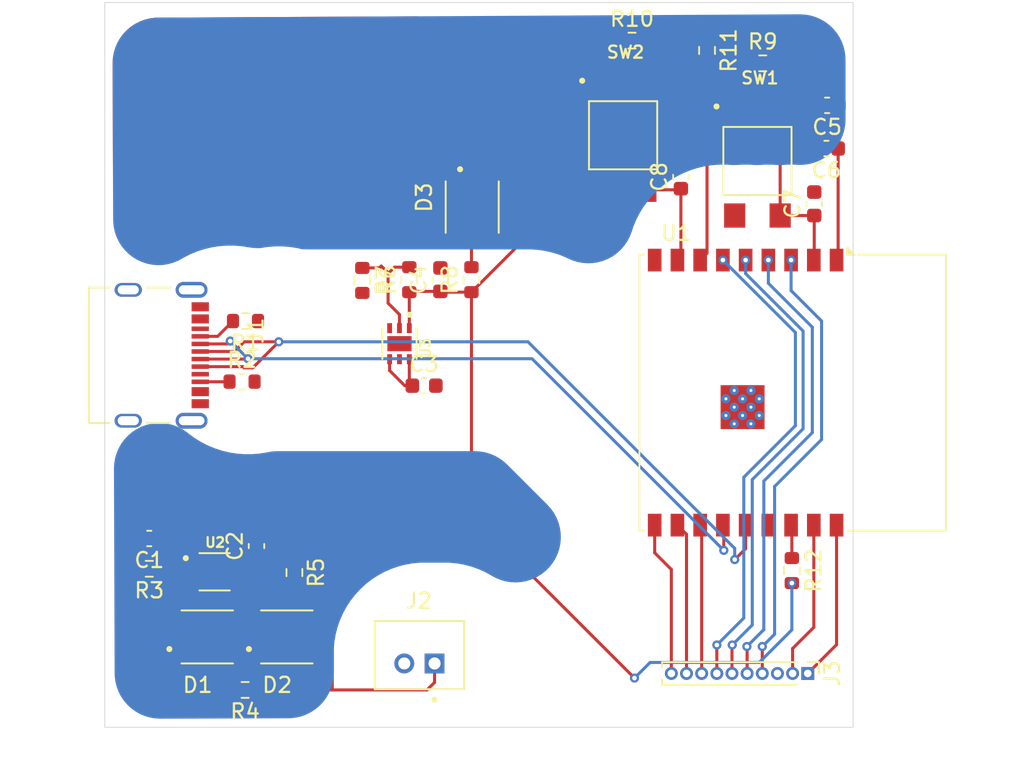
<source format=kicad_pcb>
(kicad_pcb (version 20241229) (generator "pcbnew") (generator_version "9.0")
  (layers (0 "F.Cu" signal) (2 "B.Cu" signal) (13 "F.Paste" user) (15 "B.Paste" user) (5 "F.SilkS" user "F.Silkscreen") (7 "B.SilkS" user "B.Silkscreen") (1 "F.Mask" user) (3 "B.Mask" user) (25 "Edge.Cuts" user))
  (net 0 "")
  (net 1 "+5V")
  (net 2 "GND")
  (net 3 "POWER")
  (net 4 "+3V3")
  (net 5 "Net-(U1-EN)")
  (net 6 "Net-(U1-IO9)")
  (net 7 "Net-(D2-PadA)")
  (net 8 "Net-(U2-~{CHG})")
  (net 9 "Net-(D3-PadA)")
  (net 10 "Net-(U2-~{PG})")
  (net 11 "Net-(J1-CC1_A)")
  (net 13 "D-")
  (net 14 "D+")
  (net 15 "Net-(J1-CC1_B)")
  (net 17 "IO1")
  (net 18 "IO20")
  (net 19 "IO4")
  (net 20 "IO7")
  (net 21 "IO0")
  (net 22 "IO10")
  (net 23 "IO5")
  (net 24 "IO6")
  (net 25 "IO3")
  (net 26 "IO21")
  (net 27 "Net-(U2-ISET)")
  (net 28 "Net-(U3-FB)")
  (net 29 "Net-(U1-IO8)")
  (net 30 "Net-(U1-IO2)")
  (net 35 "Net-(D1-PadA)")
  (footprint "Resistor_SMD:R_0603_1608Metric" (layer "F.Cu") (at 150.0002 90.5256 180)
    (property "Reference" "R1" (at 0 -1.43 0) (layer "F.SilkS"))
    (property "Value" "1k")
    (fp_line (start -0.237258 0.5225) (end 0.237258 0.5225) (stroke (width 0.12)) (layer "F.SilkS"))
    (fp_line (start -0.237258 -0.5225) (end 0.237258 -0.5225) (stroke (width 0.12)) (layer "F.SilkS"))
    (pad "1" smd roundrect (at -0.825 0 180) (size 0.8 0.95) (layers "F.Cu" "F.Mask" "F.Paste") (net 2 "GND"))
    (pad "2" smd roundrect (at 0.825 0 180) (size 0.8 0.95) (layers "F.Cu" "F.Mask" "F.Paste") (net 11 "Net-(J1-CC1_A)"))
  )
  (footprint "RF_Module:ESP32-C3-WROOM-02" (layer "F.Cu") (at 183 95.25 -90)
    (property "Reference" "U1" (at -10.5408 4.5763 0) (layer "F.SilkS"))
    (property "Value" "ESP32-C3-WROOM-02-N4")
    (fp_line (start -9.11 7.01) (end 9.11 7.01) (stroke (width 0.12)) (layer "F.SilkS"))
    (fp_line (start -9.11 6.71) (end -9.11 7.01) (stroke (width 0.12)) (layer "F.SilkS"))
    (fp_line (start 9.11 6.71) (end 9.11 7.01) (stroke (width 0.12)) (layer "F.SilkS"))
    (fp_line (start -9.11 -13.21) (end -9.11 -7.4) (stroke (width 0.12)) (layer "F.SilkS"))
    (fp_line (start -9.11 -13.21) (end 9.11 -13.21) (stroke (width 0.12)) (layer "F.SilkS"))
    (fp_line (start 9.11 -13.21) (end 9.11 -6.71) (stroke (width 0.12)) (layer "F.SilkS"))
    (fp_poly (pts (xy -9.1 -6.7) (xy -9.6 -6.7) (xy -9.1 -7.2) (xy -9.1 -6.7)) (stroke (width 0.12)) (fill yes) (layer "F.SilkS"))
    (pad "1" smd rect (at -8.75 -6 270) (size 1.5 0.9) (layers "F.Cu" "F.Mask" "F.Paste") (net 4 "+3V3"))
    (pad "2" smd rect (at -8.75 -4.5 270) (size 1.5 0.9) (layers "F.Cu" "F.Mask" "F.Paste") (net 5 "Net-(U1-EN)"))
    (pad "3" smd rect (at -8.75 -3 270) (size 1.5 0.9) (layers "F.Cu" "F.Mask" "F.Paste") (net 19 "IO4"))
    (pad "4" smd rect (at -8.75 -1.5 270) (size 1.5 0.9) (layers "F.Cu" "F.Mask" "F.Paste") (net 23 "IO5"))
    (pad "5" smd rect (at -8.75 0 270) (size 1.5 0.9) (layers "F.Cu" "F.Mask" "F.Paste") (net 24 "IO6"))
    (pad "6" smd rect (at -8.75 1.5 270) (size 1.5 0.9) (layers "F.Cu" "F.Mask" "F.Paste") (net 20 "IO7"))
    (pad "7" smd rect (at -8.75 3 270) (size 1.5 0.9) (layers "F.Cu" "F.Mask" "F.Paste") (net 29 "Net-(U1-IO8)"))
    (pad "8" smd rect (at -8.75 4.5 270) (size 1.5 0.9) (layers "F.Cu" "F.Mask" "F.Paste") (net 6 "Net-(U1-IO9)"))
    (pad "9" smd rect (at -8.75 6 270) (size 1.5 0.9) (layers "F.Cu" "F.Mask" "F.Paste") (net 2 "GND"))
    (pad "10" smd rect (at 8.75 6 270) (size 1.5 0.9) (layers "F.Cu" "F.Mask" "F.Paste") (net 22 "IO10"))
    (pad "11" smd rect (at 8.75 4.5 270) (size 1.5 0.9) (layers "F.Cu" "F.Mask" "F.Paste") (net 18 "IO20"))
    (pad "12" smd rect (at 8.75 3 270) (size 1.5 0.9) (layers "F.Cu" "F.Mask" "F.Paste") (net 26 "IO21"))
    (pad "13" smd rect (at 8.75 1.5 270) (size 1.5 0.9) (layers "F.Cu" "F.Mask" "F.Paste") (net 13 "D-"))
    (pad "14" smd rect (at 8.75 0 270) (size 1.5 0.9) (layers "F.Cu" "F.Mask" "F.Paste") (net 14 "D+"))
    (pad "15" smd rect (at 8.75 -1.5 270) (size 1.5 0.9) (layers "F.Cu" "F.Mask" "F.Paste") (net 25 "IO3"))
    (pad "16" smd rect (at 8.75 -3 270) (size 1.5 0.9) (layers "F.Cu" "F.Mask" "F.Paste") (net 30 "Net-(U1-IO2)"))
    (pad "17" smd rect (at 8.75 -4.5 270) (size 1.5 0.9) (layers "F.Cu" "F.Mask" "F.Paste") (net 17 "IO1"))
    (pad "18" smd rect (at 8.75 -6 270) (size 1.5 0.9) (layers "F.Cu" "F.Mask" "F.Paste") (net 21 "IO0"))
    (pad "19" thru_hole circle (at -0.14 -0.35 270) (size 0.6 0.6) (drill 0.2) (property pad_prop_heatsink) (layers "*.Cu" "F.Mask") (net 2 "GND"))
    (pad "19" thru_hole circle (at -0.14 0.75 270) (size 0.6 0.6) (drill 0.2) (property pad_prop_heatsink) (layers "*.Cu" "F.Mask") (net 2 "GND"))
    (pad "19" thru_hole circle (at 0.41 -0.9 270) (size 0.6 0.6) (drill 0.2) (property pad_prop_heatsink) (layers "*.Cu" "F.Mask") (net 2 "GND"))
    (pad "19" thru_hole circle (at 0.41 0.2 270) (size 0.6 0.6) (drill 0.2) (property pad_prop_heatsink) (layers "*.Cu" "F.Mask") (net 2 "GND"))
    (pad "19" thru_hole circle (at 0.41 1.3 270) (size 0.6 0.6) (drill 0.2) (property pad_prop_heatsink) (layers "*.Cu" "F.Mask") (net 2 "GND"))
    (pad "19" thru_hole circle (at 0.96 -0.35 270) (size 0.6 0.6) (drill 0.2) (property pad_prop_heatsink) (layers "*.Cu" "F.Mask") (net 2 "GND"))
    (pad "19" smd rect (at 0.96 0.2 270) (size 2.9 2.9) (property pad_prop_heatsink) (layers "F.Cu" "F.Mask") (net 2 "GND"))
    (pad "19" thru_hole circle (at 0.96 0.75 270) (size 0.6 0.6) (drill 0.2) (property pad_prop_heatsink) (layers "*.Cu" "F.Mask") (net 2 "GND"))
    (pad "19" thru_hole circle (at 1.51 -0.9 270) (size 0.6 0.6) (drill 0.2) (property pad_prop_heatsink) (layers "*.Cu" "F.Mask") (net 2 "GND"))
    (pad "19" thru_hole circle (at 1.51 0.2 270) (size 0.6 0.6) (drill 0.2) (property pad_prop_heatsink) (layers "*.Cu" "F.Mask") (net 2 "GND"))
    (pad "19" thru_hole circle (at 1.51 1.3 270) (size 0.6 0.6) (drill 0.2) (property pad_prop_heatsink) (layers "*.Cu" "F.Mask") (net 2 "GND"))
    (pad "19" thru_hole circle (at 2.06 -0.35 270) (size 0.6 0.6) (drill 0.2) (property pad_prop_heatsink) (layers "*.Cu" "F.Mask") (net 2 "GND"))
    (pad "19" thru_hole circle (at 2.06 0.75 270) (size 0.6 0.6) (drill 0.2) (property pad_prop_heatsink) (layers "*.Cu" "F.Mask") (net 2 "GND"))
    (zone (net 0) (net_name "") (layers "F.Cu" "B.Cu") (connect_pads (clearance 0)) (min_thickness 0.254)
      (keepout (tracks not_allowed) (vias not_allowed) (pads not_allowed) (copperpour not_allowed) (footprints not_allowed))
      (fill (thermal_gap 0.508) (thermal_bridge_width 0.508))
      (polygon (pts (xy 190.1 81.25) (xy 190.1 109.25) (xy 201.1 109.25) (xy 201.1 81.25)))
    )
  )
  (footprint "Capacitor_SMD:C_0603_1608Metric" (layer "F.Cu") (at 178.7287 81.0092 90)
    (property "Reference" "C8" (at 0 -1.43 90) (layer "F.SilkS"))
    (property "Value" "1uF")
    (fp_line (start -0.14058 -0.51) (end 0.14058 -0.51) (stroke (width 0.12)) (layer "F.SilkS"))
    (fp_line (start -0.14058 0.51) (end 0.14058 0.51) (stroke (width 0.12)) (layer "F.SilkS"))
    (pad "1" smd roundrect (at -0.775 0 90) (size 0.9 0.95) (layers "F.Cu" "F.Mask" "F.Paste") (net 6 "Net-(U1-IO9)"))
    (pad "2" smd roundrect (at 0.775 0 90) (size 0.9 0.95) (layers "F.Cu" "F.Mask" "F.Paste") (net 2 "GND"))
  )
  (footprint "L135_G525003500000:LED_L135-G525003500000" (layer "F.Cu") (at 152.7272 111.3816 180)
    (property "Reference" "D2" (at 0.635 -3.175 0) (layer "F.SilkS"))
    (property "Value" "RED")
    (fp_line (start 1.7 1.75) (end -1.7 1.75) (stroke (width 0.127)) (layer "F.SilkS"))
    (fp_line (start -1.7 -1.75) (end 1.7 -1.75) (stroke (width 0.127)) (layer "F.SilkS"))
    (fp_circle (center 2.5 -0.8) (end 2.6 -0.8) (stroke (width 0.2)) (fill no) (layer "F.SilkS"))
    (pad "A" smd roundrect (at -1.39 0 180) (size 0.82 2.4) (layers "F.Cu" "F.Paste") (roundrect_rratio 0.075) (net 7 "Net-(D2-PadA)"))
    (pad "C" smd roundrect (at 0.835 0 180) (size 1.93 2.4) (layers "F.Cu" "F.Paste") (roundrect_rratio 0.075) (net 8 "Net-(U2-~{CHG})"))
  )
  (footprint "Connector_PinHeader_1.00mm:PinHeader_1x10_P1.00mm_Vertical" (layer "F.Cu") (at 187.0992 113.792 -90)
    (property "Reference" "J3" (at 0 -1.61 90) (layer "F.SilkS"))
    (property "Value" "Conn_01x10_Pin")
    (fp_line (start -0.745 9.61) (end -0.41003 9.61) (stroke (width 0.12)) (layer "F.SilkS"))
    (fp_line (start 0.41003 9.61) (end 0.745 9.61) (stroke (width 0.12)) (layer "F.SilkS"))
    (fp_line (start -0.745 0.735) (end -0.745 9.61) (stroke (width 0.12)) (layer "F.SilkS"))
    (fp_line (start -0.745 0.735) (end -0.685565 0.735) (stroke (width 0.12)) (layer "F.SilkS"))
    (fp_line (start 0.685565 0.735) (end 0.745 0.735) (stroke (width 0.12)) (layer "F.SilkS"))
    (fp_line (start 0.745 0.735) (end 0.745 9.61) (stroke (width 0.12)) (layer "F.SilkS"))
    (fp_line (start -0.745 0) (end -0.745 -0.735) (stroke (width 0.12)) (layer "F.SilkS"))
    (fp_line (start -0.745 -0.735) (end 0 -0.735) (stroke (width 0.12)) (layer "F.SilkS"))
    (pad "1" thru_hole rect (at 0 0 270) (size 0.85 0.85) (drill 0.5) (layers "*.Cu" "*.Mask") (net 21 "IO0"))
    (pad "2" thru_hole circle (at 0 1 270) (size 0.85 0.85) (drill 0.5) (layers "*.Cu" "*.Mask") (net 17 "IO1"))
    (pad "3" thru_hole circle (at 0 2 270) (size 0.85 0.85) (drill 0.5) (layers "*.Cu" "*.Mask") (net 25 "IO3"))
    (pad "4" thru_hole circle (at 0 3 270) (size 0.85 0.85) (drill 0.5) (layers "*.Cu" "*.Mask") (net 19 "IO4"))
    (pad "5" thru_hole circle (at 0 4 270) (size 0.85 0.85) (drill 0.5) (layers "*.Cu" "*.Mask") (net 23 "IO5"))
    (pad "6" thru_hole circle (at 0 5 270) (size 0.85 0.85) (drill 0.5) (layers "*.Cu" "*.Mask") (net 24 "IO6"))
    (pad "7" thru_hole circle (at 0 6 270) (size 0.85 0.85) (drill 0.5) (layers "*.Cu" "*.Mask") (net 20 "IO7"))
    (pad "8" thru_hole circle (at 0 7 270) (size 0.85 0.85) (drill 0.5) (layers "*.Cu" "*.Mask") (net 26 "IO21"))
    (pad "9" thru_hole circle (at 0 8 270) (size 0.85 0.85) (drill 0.5) (layers "*.Cu" "*.Mask") (net 18 "IO20"))
    (pad "10" thru_hole circle (at 0 9 270) (size 0.85 0.85) (drill 0.5) (layers "*.Cu" "*.Mask") (net 22 "IO10"))
  )
  (footprint "Capacitor_SMD:C_0603_1608Metric" (layer "F.Cu") (at 143.6522 104.8816 180)
    (property "Reference" "C1" (at 0 -1.43 0) (layer "F.SilkS"))
    (property "Value" "1uF")
    (fp_line (start -0.14058 0.51) (end 0.14058 0.51) (stroke (width 0.12)) (layer "F.SilkS"))
    (fp_line (start -0.14058 -0.51) (end 0.14058 -0.51) (stroke (width 0.12)) (layer "F.SilkS"))
    (pad "1" smd roundrect (at -0.775 0 180) (size 0.9 0.95) (layers "F.Cu" "F.Mask" "F.Paste") (net 1 "+5V"))
    (pad "2" smd roundrect (at 0.775 0 180) (size 0.9 0.95) (layers "F.Cu" "F.Mask" "F.Paste") (net 2 "GND"))
  )
  (footprint "L135_G525003500000:LED_L135-G525003500000" (layer "F.Cu") (at 147.4772 111.3816 180)
    (property "Reference" "D1" (at 0.635 -3.175 0) (layer "F.SilkS"))
    (property "Value" "Green")
    (fp_line (start 1.7 1.75) (end -1.7 1.75) (stroke (width 0.127)) (layer "F.SilkS"))
    (fp_line (start -1.7 -1.75) (end 1.7 -1.75) (stroke (width 0.127)) (layer "F.SilkS"))
    (fp_circle (center 2.5 -0.8) (end 2.6 -0.8) (stroke (width 0.2)) (fill no) (layer "F.SilkS"))
    (pad "A" smd roundrect (at -1.39 0 180) (size 0.82 2.4) (layers "F.Cu" "F.Paste") (roundrect_rratio 0.075) (net 35 "Net-(D1-PadA)"))
    (pad "C" smd roundrect (at 0.835 0 180) (size 1.93 2.4) (layers "F.Cu" "F.Paste") (roundrect_rratio 0.075) (net 10 "Net-(U2-~{PG})"))
  )
  (footprint "Resistor_SMD:R_0603_1608Metric" (layer "F.Cu") (at 149.9772 114.8816 180)
    (property "Reference" "R4" (at 0 -1.43 0) (layer "F.SilkS"))
    (property "Value" "30")
    (fp_line (start -0.237258 0.5225) (end 0.237258 0.5225) (stroke (width 0.12)) (layer "F.SilkS"))
    (fp_line (start -0.237258 -0.5225) (end 0.237258 -0.5225) (stroke (width 0.12)) (layer "F.SilkS"))
    (pad "1" smd roundrect (at -0.825 0 180) (size 0.8 0.95) (layers "F.Cu" "F.Mask" "F.Paste") (net 3 "POWER"))
    (pad "2" smd roundrect (at 0.825 0 180) (size 0.8 0.95) (layers "F.Cu" "F.Mask" "F.Paste") (net 35 "Net-(D1-PadA)"))
  )
  (footprint "Capacitor_SMD:C_0603_1608Metric" (layer "F.Cu") (at 188.3287 79.1342 180)
    (property "Reference" "C6" (at 0 -1.43 0) (layer "F.SilkS"))
    (property "Value" "10uF")
    (fp_line (start -0.14058 0.51) (end 0.14058 0.51) (stroke (width 0.12)) (layer "F.SilkS"))
    (fp_line (start -0.14058 -0.51) (end 0.14058 -0.51) (stroke (width 0.12)) (layer "F.SilkS"))
    (pad "1" smd roundrect (at -0.775 0 180) (size 0.9 0.95) (layers "F.Cu" "F.Mask" "F.Paste") (net 4 "+3V3"))
    (pad "2" smd roundrect (at 0.775 0 180) (size 0.9 0.95) (layers "F.Cu" "F.Mask" "F.Paste") (net 2 "GND"))
  )
  (footprint "BQ24040DSQR:SON40P200X200X80-11N" (layer "F.Cu") (at 147.9622 107.0816)
    (property "Reference" "U2" (at 0.032 -1.9364 0) (layer "F.SilkS") (effects (font (size 0.64 0.64))))
    (property "Value" "BQ24040DSQR")
    (fp_line (start -1 -1.23) (end 1 -1.23) (stroke (width 0.127)) (layer "F.SilkS"))
    (fp_line (start -1 1.23) (end 1 1.23) (stroke (width 0.127)) (layer "F.SilkS"))
    (fp_circle (center -1.9 -0.9) (end -1.8 -0.9) (stroke (width 0.2)) (fill no) (layer "F.SilkS"))
    (pad "1" smd rect (at -0.985 -0.8) (size 0.76 0.22) (layers "F.Cu" "F.Mask" "F.Paste") (net 1 "+5V"))
    (pad "2" smd rect (at -0.985 -0.4) (size 0.76 0.22) (layers "F.Cu" "F.Mask" "F.Paste") (net 27 "Net-(U2-ISET)"))
    (pad "3" smd rect (at -0.985 0) (size 0.76 0.22) (layers "F.Cu" "F.Mask" "F.Paste"))
    (pad "4" smd rect (at -0.985 0.4) (size 0.76 0.22) (layers "F.Cu" "F.Mask" "F.Paste"))
    (pad "5" smd rect (at -0.985 0.8) (size 0.76 0.22) (layers "F.Cu" "F.Mask" "F.Paste") (net 10 "Net-(U2-~{PG})"))
    (pad "6" smd rect (at 0.985 0.8) (size 0.76 0.22) (layers "F.Cu" "F.Mask" "F.Paste"))
    (pad "7" smd rect (at 0.985 0.4) (size 0.76 0.22) (layers "F.Cu" "F.Mask" "F.Paste") (net 1 "+5V"))
    (pad "8" smd rect (at 0.985 0) (size 0.76 0.22) (layers "F.Cu" "F.Mask" "F.Paste") (net 8 "Net-(U2-~{CHG})"))
    (pad "9" smd rect (at 0.985 -0.4) (size 0.76 0.22) (layers "F.Cu" "F.Mask" "F.Paste"))
    (pad "10" smd rect (at 0.985 -0.8) (size 0.76 0.22) (layers "F.Cu" "F.Mask" "F.Paste") (net 3 "POWER"))
    (pad "11" smd rect (at 0 0) (size 0.9 1.5) (layers "F.Cu" "F.Mask") (net 2 "GND"))
  )
  (footprint "Resistor_SMD:R_0603_1608Metric" (layer "F.Cu") (at 157.71 87.8428 -90)
    (property "Reference" "R7" (at 0 -1.43 90) (layer "F.SilkS"))
    (property "Value" "49.9k")
    (fp_line (start -0.237258 0.5225) (end 0.237258 0.5225) (stroke (width 0.12)) (layer "F.SilkS"))
    (fp_line (start -0.237258 -0.5225) (end 0.237258 -0.5225) (stroke (width 0.12)) (layer "F.SilkS"))
    (pad "1" smd roundrect (at -0.825 0 270) (size 0.8 0.95) (layers "F.Cu" "F.Mask" "F.Paste") (net 28 "Net-(U3-FB)"))
    (pad "2" smd roundrect (at 0.825 0 270) (size 0.8 0.95) (layers "F.Cu" "F.Mask" "F.Paste") (net 2 "GND"))
  )
  (footprint "Resistor_SMD:R_0603_1608Metric" (layer "F.Cu") (at 186.05 107 -90)
    (property "Reference" "R12" (at 0 -1.43 90) (layer "F.SilkS"))
    (property "Value" "10k")
    (fp_line (start -0.237258 0.5225) (end 0.237258 0.5225) (stroke (width 0.12)) (layer "F.SilkS"))
    (fp_line (start -0.237258 -0.5225) (end 0.237258 -0.5225) (stroke (width 0.12)) (layer "F.SilkS"))
    (pad "1" smd roundrect (at -0.825 0 270) (size 0.8 0.95) (layers "F.Cu" "F.Mask" "F.Paste") (net 30 "Net-(U1-IO2)"))
    (pad "2" smd roundrect (at 0.825 0 270) (size 0.8 0.95) (layers "F.Cu" "F.Mask" "F.Paste") (net 4 "+3V3"))
  )
  (footprint "Capacitor_SMD:C_0603_1608Metric" (layer "F.Cu") (at 187.5287 82.7842 90)
    (property "Reference" "C7" (at 0 -1.43 90) (layer "F.SilkS"))
    (property "Value" "1uF")
    (fp_line (start -0.14058 -0.51) (end 0.14058 -0.51) (stroke (width 0.12)) (layer "F.SilkS"))
    (fp_line (start -0.14058 0.51) (end 0.14058 0.51) (stroke (width 0.12)) (layer "F.SilkS"))
    (pad "1" smd roundrect (at -0.775 0 90) (size 0.9 0.95) (layers "F.Cu" "F.Mask" "F.Paste") (net 5 "Net-(U1-EN)"))
    (pad "2" smd roundrect (at 0.775 0 90) (size 0.9 0.95) (layers "F.Cu" "F.Mask" "F.Paste") (net 2 "GND"))
  )
  (footprint "Resistor_SMD:R_0603_1608Metric" (layer "F.Cu") (at 153.2272 107.1316 -90)
    (property "Reference" "R5" (at 0 -1.43 90) (layer "F.SilkS"))
    (property "Value" "30")
    (fp_line (start -0.237258 0.5225) (end 0.237258 0.5225) (stroke (width 0.12)) (layer "F.SilkS"))
    (fp_line (start -0.237258 -0.5225) (end 0.237258 -0.5225) (stroke (width 0.12)) (layer "F.SilkS"))
    (pad "1" smd roundrect (at -0.825 0 270) (size 0.8 0.95) (layers "F.Cu" "F.Mask" "F.Paste") (net 3 "POWER"))
    (pad "2" smd roundrect (at 0.825 0 270) (size 0.8 0.95) (layers "F.Cu" "F.Mask" "F.Paste") (net 7 "Net-(D2-PadA)"))
  )
  (footprint "Resistor_SMD:R_0603_1608Metric" (layer "F.Cu") (at 149.7752 94.5256)
    (property "Reference" "R2" (at 0 -1.43 0) (layer "F.SilkS"))
    (property "Value" "1k")
    (fp_line (start -0.237258 -0.5225) (end 0.237258 -0.5225) (stroke (width 0.12)) (layer "F.SilkS"))
    (fp_line (start -0.237258 0.5225) (end 0.237258 0.5225) (stroke (width 0.12)) (layer "F.SilkS"))
    (pad "1" smd roundrect (at -0.825 0) (size 0.8 0.95) (layers "F.Cu" "F.Mask" "F.Paste") (net 15 "Net-(J1-CC1_B)"))
    (pad "2" smd roundrect (at 0.825 0) (size 0.8 0.95) (layers "F.Cu" "F.Mask" "F.Paste") (net 2 "GND"))
  )
  (footprint "Resistor_SMD:R_0603_1608Metric" (layer "F.Cu") (at 184.1287 73.5092)
    (property "Reference" "R9" (at 0 -1.43 0) (layer "F.SilkS"))
    (property "Value" "10k")
    (fp_line (start -0.237258 -0.5225) (end 0.237258 -0.5225) (stroke (width 0.12)) (layer "F.SilkS"))
    (fp_line (start -0.237258 0.5225) (end 0.237258 0.5225) (stroke (width 0.12)) (layer "F.SilkS"))
    (pad "1" smd roundrect (at -0.825 0) (size 0.8 0.95) (layers "F.Cu" "F.Mask" "F.Paste") (net 4 "+3V3"))
    (pad "2" smd roundrect (at 0.825 0) (size 0.8 0.95) (layers "F.Cu" "F.Mask" "F.Paste") (net 5 "Net-(U1-EN)"))
  )
  (footprint "Resistor_SMD:R_0603_1608Metric" (layer "F.Cu") (at 180.4537 72.6592 -90)
    (property "Reference" "R11" (at 0 -1.43 90) (layer "F.SilkS"))
    (property "Value" "10k")
    (fp_line (start -0.237258 0.5225) (end 0.237258 0.5225) (stroke (width 0.12)) (layer "F.SilkS"))
    (fp_line (start -0.237258 -0.5225) (end 0.237258 -0.5225) (stroke (width 0.12)) (layer "F.SilkS"))
    (pad "1" smd roundrect (at -0.825 0 270) (size 0.8 0.95) (layers "F.Cu" "F.Mask" "F.Paste") (net 4 "+3V3"))
    (pad "2" smd roundrect (at 0.825 0 270) (size 0.8 0.95) (layers "F.Cu" "F.Mask" "F.Paste") (net 29 "Net-(U1-IO8)"))
  )
  (footprint "TL3305AF260QG:SW_TL3305AF260QG" (layer "F.Cu") (at 174.9162 78.2592)
    (property "Reference" "SW2" (at 0.16155 -5.48386 0) (layer "F.SilkS") (effects (font (size 0.8 0.8))))
    (property "Value" "TL3305AF260QG")
    (fp_line (start -2.25 -2.25) (end -2.25 2.25) (stroke (width 0.127)) (layer "F.SilkS"))
    (fp_line (start -2.25 -2.25) (end 2.25 -2.25) (stroke (width 0.127)) (layer "F.SilkS"))
    (fp_line (start 2.25 2.25) (end -2.25 2.25) (stroke (width 0.127)) (layer "F.SilkS"))
    (fp_line (start 2.25 2.25) (end 2.25 -2.25) (stroke (width 0.127)) (layer "F.SilkS"))
    (fp_circle (center -2.7 -3.6) (end -2.6 -3.6) (stroke (width 0.2)) (fill no) (layer "F.SilkS"))
    (pad "1" smd rect (at -1.5 -3.6) (size 1.4 1.6) (layers "F.Cu" "F.Mask" "F.Paste") (net 2 "GND"))
    (pad "2" smd rect (at -1.5 3.6) (size 1.4 1.6) (layers "F.Cu" "F.Mask" "F.Paste") (net 2 "GND"))
    (pad "3" smd rect (at 1.5 -3.6) (size 1.4 1.6) (layers "F.Cu" "F.Mask" "F.Paste") (net 6 "Net-(U1-IO9)"))
    (pad "4" smd rect (at 1.5 3.6) (size 1.4 1.6) (layers "F.Cu" "F.Mask" "F.Paste") (net 6 "Net-(U1-IO9)"))
  )
  (footprint "Capacitor_SMD:C_0603_1608Metric" (layer "F.Cu") (at 150.7272 105.3816 90)
    (property "Reference" "C2" (at 0 -1.43 90) (layer "F.SilkS"))
    (property "Value" "1uF")
    (fp_line (start -0.14058 -0.51) (end 0.14058 -0.51) (stroke (width 0.12)) (layer "F.SilkS"))
    (fp_line (start -0.14058 0.51) (end 0.14058 0.51) (stroke (width 0.12)) (layer "F.SilkS"))
    (pad "1" smd roundrect (at -0.775 0 90) (size 0.9 0.95) (layers "F.Cu" "F.Mask" "F.Paste") (net 3 "POWER"))
    (pad "2" smd roundrect (at 0.775 0 90) (size 0.9 0.95) (layers "F.Cu" "F.Mask" "F.Paste") (net 2 "GND"))
  )
  (footprint "Capacitor_SMD:C_0603_1608Metric" (layer "F.Cu") (at 161.785 94.7928)
    (property "Reference" "C3" (at 0 -1.43 0) (layer "F.SilkS"))
    (property "Value" "1uF")
    (fp_line (start -0.14058 -0.51) (end 0.14058 -0.51) (stroke (width 0.12)) (layer "F.SilkS"))
    (fp_line (start -0.14058 0.51) (end 0.14058 0.51) (stroke (width 0.12)) (layer "F.SilkS"))
    (pad "1" smd roundrect (at -0.775 0) (size 0.9 0.95) (layers "F.Cu" "F.Mask" "F.Paste") (net 3 "POWER"))
    (pad "2" smd roundrect (at 0.775 0) (size 0.9 0.95) (layers "F.Cu" "F.Mask" "F.Paste") (net 2 "GND"))
  )
  (footprint "Capacitor_SMD:C_0603_1608Metric" (layer "F.Cu") (at 188.3787 76.2842 180)
    (property "Reference" "C5" (at 0 -1.43 0) (layer "F.SilkS"))
    (property "Value" "100nF")
    (fp_line (start -0.14058 0.51) (end 0.14058 0.51) (stroke (width 0.12)) (layer "F.SilkS"))
    (fp_line (start -0.14058 -0.51) (end 0.14058 -0.51) (stroke (width 0.12)) (layer "F.SilkS"))
    (pad "1" smd roundrect (at -0.775 0 180) (size 0.9 0.95) (layers "F.Cu" "F.Mask" "F.Paste") (net 4 "+3V3"))
    (pad "2" smd roundrect (at 0.775 0 180) (size 0.9 0.95) (layers "F.Cu" "F.Mask" "F.Paste") (net 2 "GND"))
  )
  (footprint "Resistor_SMD:R_0603_1608Metric" (layer "F.Cu") (at 143.6522 106.8816 180)
    (property "Reference" "R3" (at 0 -1.43 0) (layer "F.SilkS"))
    (property "Value" "536")
    (fp_line (start -0.237258 0.5225) (end 0.237258 0.5225) (stroke (width 0.12)) (layer "F.SilkS"))
    (fp_line (start -0.237258 -0.5225) (end 0.237258 -0.5225) (stroke (width 0.12)) (layer "F.SilkS"))
    (pad "1" smd roundrect (at -0.825 0 180) (size 0.8 0.95) (layers "F.Cu" "F.Mask" "F.Paste") (net 27 "Net-(U2-ISET)"))
    (pad "2" smd roundrect (at 0.825 0 180) (size 0.8 0.95) (layers "F.Cu" "F.Mask" "F.Paste") (net 2 "GND"))
  )
  (footprint "Resistor_SMD:R_0603_1608Metric" (layer "F.Cu") (at 160.81 87.7928 90)
    (property "Reference" "R6" (at 0 -1.43 90) (layer "F.SilkS"))
    (property "Value" "10k")
    (fp_line (start -0.237258 -0.5225) (end 0.237258 -0.5225) (stroke (width 0.12)) (layer "F.SilkS"))
    (fp_line (start -0.237258 0.5225) (end 0.237258 0.5225) (stroke (width 0.12)) (layer "F.SilkS"))
    (pad "1" smd roundrect (at -0.825 0 90) (size 0.8 0.95) (layers "F.Cu" "F.Mask" "F.Paste") (net 4 "+3V3"))
    (pad "2" smd roundrect (at 0.825 0 90) (size 0.8 0.95) (layers "F.Cu" "F.Mask" "F.Paste") (net 28 "Net-(U3-FB)"))
  )
  (footprint "TLV75801PDRVR:SON65P200X200X80-7N" (layer "F.Cu") (at 160.16 92.0178 -90)
    (property "Reference" "U3" (at 0.292 -1.7134 90) (layer "F.SilkS") (effects (font (size 0.64 0.64))))
    (property "Value" "TLV75801PDRVR")
    (fp_line (start -1 1.13) (end 1 1.13) (stroke (width 0.127)) (layer "F.SilkS"))
    (fp_line (start -1 -1.13) (end 1 -1.13) (stroke (width 0.127)) (layer "F.SilkS"))
    (fp_circle (center -1.91 -0.65) (end -1.81 -0.65) (stroke (width 0.2)) (fill no) (layer "F.SilkS"))
    (pad "1" smd rect (at -1.025 -0.65 270) (size 0.66 0.32) (layers "F.Cu" "F.Mask" "F.Paste") (net 4 "+3V3"))
    (pad "2" smd rect (at -1.025 0 270) (size 0.66 0.32) (layers "F.Cu" "F.Mask" "F.Paste") (net 28 "Net-(U3-FB)"))
    (pad "3" smd rect (at -1.025 0.65 270) (size 0.66 0.32) (layers "F.Cu" "F.Mask" "F.Paste") (net 2 "GND"))
    (pad "4" smd rect (at 1.025 0.65 270) (size 0.66 0.32) (layers "F.Cu" "F.Mask" "F.Paste") (net 3 "POWER"))
    (pad "5" smd rect (at 1.025 0 270) (size 0.66 0.32) (layers "F.Cu" "F.Mask" "F.Paste"))
    (pad "6" smd rect (at 1.025 -0.65 270) (size 0.66 0.32) (layers "F.Cu" "F.Mask" "F.Paste") (net 3 "POWER"))
    (pad "7" smd rect (at 0 0 270) (size 1 1.6) (layers "F.Cu" "F.Mask"))
  )
  (footprint "Resistor_SMD:R_0603_1608Metric" (layer "F.Cu") (at 164.91 87.7928 90)
    (property "Reference" "R8" (at 0 -1.43 90) (layer "F.SilkS"))
    (property "Value" "30")
    (fp_line (start -0.237258 -0.5225) (end 0.237258 -0.5225) (stroke (width 0.12)) (layer "F.SilkS"))
    (fp_line (start -0.237258 0.5225) (end 0.237258 0.5225) (stroke (width 0.12)) (layer "F.SilkS"))
    (pad "1" smd roundrect (at -0.825 0 90) (size 0.8 0.95) (layers "F.Cu" "F.Mask" "F.Paste") (net 4 "+3V3"))
    (pad "2" smd roundrect (at 0.825 0 90) (size 0.8 0.95) (layers "F.Cu" "F.Mask" "F.Paste") (net 9 "Net-(D3-PadA)"))
  )
  (footprint "12402012E212A:AMPHENOL_12402012E212A" (layer "F.Cu") (at 142.2652 92.7856 -90)
    (property "Reference" "J1" (at -1.62 -8.405 90) (layer "F.SilkS"))
    (property "Value" "12402012E212A")
    (fp_line (start -4.47 2.6) (end -4.47 1.22) (stroke (width 0.127)) (layer "F.SilkS"))
    (fp_line (start 4.47 2.6) (end -4.47 2.6) (stroke (width 0.127)) (layer "F.SilkS"))
    (fp_line (start 4.47 2.6) (end 4.47 1.22) (stroke (width 0.127)) (layer "F.SilkS"))
    (fp_line (start -4.47 -2.81) (end -4.47 -1.22) (stroke (width 0.127)) (layer "F.SilkS"))
    (fp_line (start 4.47 -2.81) (end 4.47 -1.22) (stroke (width 0.127)) (layer "F.SilkS"))
    (pad "" np_thru_hole circle (at -2.89 -3.68 270) (size 0.65 0.65) (drill 0.65) (layers "*.Cu" "*.Mask"))
    (pad "" np_thru_hole circle (at 2.89 -3.68 270) (size 0.65 0.65) (drill 0.65) (layers "*.Cu" "*.Mask"))
    (pad "A1_B12" smd rect (at -3.2 -4.75 270) (size 0.6 1.14) (layers "F.Cu" "F.Mask" "F.Paste") (net 2 "GND"))
    (pad "A4_B9" smd rect (at -2.4 -4.75 270) (size 0.6 1.14) (layers "F.Cu" "F.Mask" "F.Paste") (net 1 "+5V"))
    (pad "A5" smd rect (at -1.25 -4.75 270) (size 0.3 1.14) (layers "F.Cu" "F.Mask" "F.Paste") (net 11 "Net-(J1-CC1_A)"))
    (pad "A6" smd rect (at -0.25 -4.75 270) (size 0.3 1.14) (layers "F.Cu" "F.Mask" "F.Paste") (net 14 "D+"))
    (pad "A7" smd rect (at 0.25 -4.75 270) (size 0.3 1.14) (layers "F.Cu" "F.Mask" "F.Paste") (net 13 "D-"))
    (pad "A8" smd rect (at 1.25 -4.75 270) (size 0.3 1.14) (layers "F.Cu" "F.Mask" "F.Paste"))
    (pad "B1_A12" smd rect (at 3.2 -4.75 270) (size 0.6 1.14) (layers "F.Cu" "F.Mask" "F.Paste") (net 2 "GND"))
    (pad "B4_A9" smd rect (at 2.4 -4.75 270) (size 0.6 1.14) (layers "F.Cu" "F.Mask" "F.Paste") (net 1 "+5V"))
    (pad "B5" smd rect (at 1.75 -4.75 270) (size 0.3 1.14) (layers "F.Cu" "F.Mask" "F.Paste") (net 15 "Net-(J1-CC1_B)"))
    (pad "B6" smd rect (at 0.75 -4.75 270) (size 0.3 1.14) (layers "F.Cu" "F.Mask" "F.Paste") (net 14 "D+"))
    (pad "B7" smd rect (at -0.75 -4.75 270) (size 0.3 1.14) (layers "F.Cu" "F.Mask" "F.Paste") (net 13 "D-"))
    (pad "B8" smd rect (at -1.75 -4.75 270) (size 0.3 1.14) (layers "F.Cu" "F.Mask" "F.Paste"))
    (pad "SH1" thru_hole oval (at -4.32 -4.18 270) (size 1.05 2.1) (drill oval 0.6 1.7) (layers "*.Cu" "*.Mask") (net 2 "GND"))
    (pad "SH2" thru_hole oval (at 4.32 -4.18 270) (size 1.05 2.1) (drill oval 0.6 1.7) (layers "*.Cu" "*.Mask") (net 2 "GND"))
    (pad "SH3" thru_hole oval (at -4.32 0 270) (size 0.9 1.8) (drill oval 0.6 1.4) (layers "*.Cu" "*.Mask") (net 2 "GND"))
    (pad "SH4" thru_hole oval (at 4.32 0 270) (size 0.9 1.8) (drill oval 0.6 1.4) (layers "*.Cu" "*.Mask") (net 2 "GND"))
  )
  (footprint "TL3305AF260QG:SW_TL3305AF260QG" (layer "F.Cu") (at 183.7787 79.9592)
    (property "Reference" "SW1" (at 0.16155 -5.48386 0) (layer "F.SilkS") (effects (font (size 0.8 0.8))))
    (property "Value" "TL3305AF260QG")
    (fp_line (start -2.25 -2.25) (end -2.25 2.25) (stroke (width 0.127)) (layer "F.SilkS"))
    (fp_line (start -2.25 -2.25) (end 2.25 -2.25) (stroke (width 0.127)) (layer "F.SilkS"))
    (fp_line (start 2.25 2.25) (end -2.25 2.25) (stroke (width 0.127)) (layer "F.SilkS"))
    (fp_line (start 2.25 2.25) (end 2.25 -2.25) (stroke (width 0.127)) (layer "F.SilkS"))
    (fp_circle (center -2.7 -3.6) (end -2.6 -3.6) (stroke (width 0.2)) (fill no) (layer "F.SilkS"))
    (pad "1" smd rect (at -1.5 -3.6) (size 1.4 1.6) (layers "F.Cu" "F.Mask" "F.Paste") (net 2 "GND"))
    (pad "2" smd rect (at -1.5 3.6) (size 1.4 1.6) (layers "F.Cu" "F.Mask" "F.Paste") (net 2 "GND"))
    (pad "3" smd rect (at 1.5 -3.6) (size 1.4 1.6) (layers "F.Cu" "F.Mask" "F.Paste") (net 5 "Net-(U1-EN)"))
    (pad "4" smd rect (at 1.5 3.6) (size 1.4 1.6) (layers "F.Cu" "F.Mask" "F.Paste") (net 5 "Net-(U1-EN)"))
  )
  (footprint "L135_G525003500000:LED_L135-G525003500000" (layer "F.Cu") (at 164.96 83.0028 90)
    (property "Reference" "D3" (at 0.635 -3.175 90) (layer "F.SilkS"))
    (property "Value" "Green")
    (fp_line (start -1.7 -1.75) (end 1.7 -1.75) (stroke (width 0.127)) (layer "F.SilkS"))
    (fp_line (start 1.7 1.75) (end -1.7 1.75) (stroke (width 0.127)) (layer "F.SilkS"))
    (fp_circle (center 2.5 -0.8) (end 2.6 -0.8) (stroke (width 0.2)) (fill no) (layer "F.SilkS"))
    (pad "A" smd roundrect (at -1.39 0 90) (size 0.82 2.4) (layers "F.Cu" "F.Paste") (roundrect_rratio 0.075) (net 9 "Net-(D3-PadA)"))
    (pad "C" smd roundrect (at 0.835 0 90) (size 1.93 2.4) (layers "F.Cu" "F.Paste") (roundrect_rratio 0.075) (net 2 "GND"))
  )
  (footprint "B2B-PH-K-S:JST_B2B-PH-K-S" (layer "F.Cu") (at 161.4772 112.5816)
    (property "Reference" "J2" (at -0.025 -3.585 0) (layer "F.SilkS"))
    (property "Value" "B2B-PH-K-S")
    (fp_line (start -2.95 -2.25) (end 2.95 -2.25) (stroke (width 0.127)) (layer "F.SilkS"))
    (fp_line (start -2.95 2.25) (end -2.95 -2.25) (stroke (width 0.127)) (layer "F.SilkS"))
    (fp_line (start 2.95 -2.25) (end 2.95 2.25) (stroke (width 0.127)) (layer "F.SilkS"))
    (fp_line (start 2.95 2.25) (end -2.95 2.25) (stroke (width 0.127)) (layer "F.SilkS"))
    (fp_circle (center 1 2.95) (end 1.1 2.95) (stroke (width 0.2)) (fill no) (layer "F.SilkS"))
    (pad "1" thru_hole rect (at 1 0.55) (size 1.308 1.308) (drill 0.8) (layers "*.Cu" "*.Mask") (net 3 "POWER"))
    (pad "2" thru_hole circle (at -1 0.55) (size 1.308 1.308) (drill 0.8) (layers "*.Cu" "*.Mask") (net 2 "GND"))
  )
  (footprint "Capacitor_SMD:C_0603_1608Metric" (layer "F.Cu") (at 162.86 87.7928 90)
    (property "Reference" "C4" (at 0 -1.43 90) (layer "F.SilkS"))
    (property "Value" "1uF")
    (fp_line (start -0.14058 -0.51) (end 0.14058 -0.51) (stroke (width 0.12)) (layer "F.SilkS"))
    (fp_line (start -0.14058 0.51) (end 0.14058 0.51) (stroke (width 0.12)) (layer "F.SilkS"))
    (pad "1" smd roundrect (at -0.775 0 90) (size 0.9 0.95) (layers "F.Cu" "F.Mask" "F.Paste") (net 4 "+3V3"))
    (pad "2" smd roundrect (at 0.775 0 90) (size 0.9 0.95) (layers "F.Cu" "F.Mask" "F.Paste") (net 2 "GND"))
  )
  (footprint "Resistor_SMD:R_0603_1608Metric" (layer "F.Cu") (at 175.5037 72.0092)
    (property "Reference" "R10" (at 0 -1.43 0) (layer "F.SilkS"))
    (property "Value" "10k")
    (fp_line (start -0.237258 -0.5225) (end 0.237258 -0.5225) (stroke (width 0.12)) (layer "F.SilkS"))
    (fp_line (start -0.237258 0.5225) (end 0.237258 0.5225) (stroke (width 0.12)) (layer "F.SilkS"))
    (pad "1" smd roundrect (at -0.825 0) (size 0.8 0.95) (layers "F.Cu" "F.Mask" "F.Paste") (net 4 "+3V3"))
    (pad "2" smd roundrect (at 0.825 0) (size 0.8 0.95) (layers "F.Cu" "F.Mask" "F.Paste") (net 6 "Net-(U1-IO9)"))
  )
  (gr_rect (start 140.716 69.4944) (end 190.0936 117.348) (stroke (width 0.05)) (fill no) (layer "Edge.Cuts"))
  (segment (start 144.4272 104.8816) (end 145.5882 104.8816) (width 0.2) (layer "F.Cu") (net 1))
  (segment (start 145.5882 104.8816) (end 146.9772 106.2706) (width 0.2) (layer "F.Cu") (net 1))
  (segment (start 150.8272 106.0566) (end 150.7272 106.1566) (width 0.2) (layer "F.Cu") (net 3))
  (segment (start 149.0612 106.1566) (end 149.1612 106.0566) (width 0.2) (layer "F.Cu") (net 3))
  (segment (start 159.51 93.7928) (end 159.51 93.0428) (width 0.2) (layer "F.Cu") (net 3))
  (segment (start 153.0772 106.1566) (end 153.2272 106.3066) (width 0.2) (layer "F.Cu") (net 3))
  (segment (start 160.51 94.7928) (end 159.51 93.7928) (width 0.2) (layer "F.Cu") (net 3))
  (segment (start 155.7272 108.8066) (end 155.7272 114.8816) (width 0.2) (layer "F.Cu") (net 3))
  (segment (start 161.01 94.7928) (end 160.51 94.7928) (width 0.2) (layer "F.Cu") (net 3))
  (segment (start 155.7272 114.8816) (end 150.8022 114.8816) (width 0.2) (layer "F.Cu") (net 3))
  (segment (start 150.7272 106.1566) (end 153.0772 106.1566) (width 0.2) (layer "F.Cu") (net 3))
  (segment (start 153.2272 106.3066) (end 155.7272 108.8066) (width 0.2) (layer "F.Cu") (net 3))
  (segment (start 162.4772 114.3816) (end 162.4772 113.1316) (width 0.2) (layer "F.Cu") (net 3))
  (segment (start 161.9772 114.8816) (end 162.4772 114.3816) (width 0.2) (layer "F.Cu") (net 3))
  (segment (start 155.7272 114.8816) (end 161.9772 114.8816) (width 0.2) (layer "F.Cu") (net 3))
  (segment (start 160.81 93.0428) (end 160.81 94.5928) (width 0.2) (layer "F.Cu") (net 3))
  (segment (start 160.81 94.5928) (end 161.01 94.7928) (width 0.2) (layer "F.Cu") (net 3))
  (segment (start 150.7272 106.1566) (end 149.0612 106.1566) (width 0.2) (layer "F.Cu") (net 3))
  (segment (start 189.1537 76.2842) (end 189.1537 79.0842) (width 0.2) (layer "F.Cu") (net 4))
  (segment (start 160.81 90.9928) (end 160.81 88.6178) (width 0.2) (layer "F.Cu") (net 4))
  (segment (start 173.2532 72.0092) (end 174.6787 72.0092) (width 0.2) (layer "F.Cu") (net 4))
  (segment (start 160.86 88.5678) (end 160.81 88.6178) (width 0.2) (layer "F.Cu") (net 4))
  (segment (start 183.2537 71.8342) (end 180.4537 71.8342) (width 0.2) (layer "F.Cu") (net 4))
  (segment (start 179.0787 70.4592) (end 176.2287 70.4592) (width 0.2) (layer "F.Cu") (net 4))
  (segment (start 189.1537 79.0842) (end 189.1037 79.1342) (width 0.2) (layer "F.Cu") (net 4))
  (segment (start 164.91 88.6178) (end 164.91 103.3404) (width 0.2) (layer "F.Cu") (net 4))
  (segment (start 189.1537 74.9842) (end 189.1537 76.2842) (width 0.2) (layer "F.Cu") (net 4))
  (segment (start 186.0287 71.8592) (end 189.1537 74.9842) (width 0.2) (layer "F.Cu") (net 4))
  (segment (start 164.91 88.6178) (end 162.91 88.6178) (width 0.2) (layer "F.Cu") (net 4))
  (segment (start 189.1037 86.3963) (end 189 86.5) (width 0.2) (layer "F.Cu") (net 4))
  (segment (start 183.3037 73.5092) (end 183.3037 71.8842) (width 0.2) (layer "F.Cu") (net 4))
  (segment (start 183.2787 71.8592) (end 183.2537 71.8342) (width 0.2) (layer "F.Cu") (net 4))
  (segment (start 170.2308 83.297) (end 170.2308 75.0316) (width 0.2) (layer "F.Cu") (net 4))
  (segment (start 189.1037 79.1342) (end 189.1037 86.3963) (width 0.2) (layer "F.Cu") (net 4))
  (segment (start 180.4537 71.8342) (end 179.0787 70.4592) (width 0.2) (layer "F.Cu") (net 4))
  (segment (start 164.91 88.6178) (end 170.2308 83.297) (width 0.2) (layer "F.Cu") (net 4))
  (segment (start 164.91 103.3404) (end 175.6664 114.0968) (width 0.2) (layer "F.Cu") (net 4))
  (segment (start 162.91 88.6178) (end 162.86 88.5678) (width 0.2) (layer "F.Cu") (net 4))
  (segment (start 170.2308 75.0316) (end 173.2532 72.0092) (width 0.2) (layer "F.Cu") (net 4))
  (segment (start 183.2787 71.8592) (end 186.0287 71.8592) (width 0.2) (layer "F.Cu") (net 4))
  (segment (start 183.3037 71.8842) (end 183.2787 71.8592) (width 0.2) (layer "F.Cu") (net 4))
  (segment (start 162.86 88.5678) (end 160.86 88.5678) (width 0.2) (layer "F.Cu") (net 4))
  (segment (start 176.2287 70.4592) (end 174.6787 72.0092) (width 0.2) (layer "F.Cu") (net 4))
  (via (at 186.05 107.825) (size 0.6) (drill 0.3) (layers "F.Cu" "B.Cu") (net 4))
  (via (at 175.6664 114.0968) (size 0.6) (drill 0.3) (layers "F.Cu" "B.Cu") (net 4))
  (segment (start 175.6664 114.0968) (end 176.6972 113.066) (width 0.2) (layer "B.Cu") (net 4))
  (segment (start 183.897143 113.066) (end 186.05 110.913143) (width 0.2) (layer "B.Cu") (net 4))
  (segment (start 176.6972 113.066) (end 183.897143 113.066) (width 0.2) (layer "B.Cu") (net 4))
  (segment (start 186.05 110.913143) (end 186.05 107.825) (width 0.2) (layer "B.Cu") (net 4))
  (segment (start 184.9537 76.0342) (end 185.2787 76.3592) (width 0.2) (layer "F.Cu") (net 5))
  (segment (start 187.5287 86.4713) (end 187.5 86.5) (width 0.2) (layer "F.Cu") (net 5))
  (segment (start 184.9537 73.5092) (end 184.9537 76.0342) (width 0.2) (layer "F.Cu") (net 5))
  (segment (start 185.2787 83.5592) (end 187.5287 83.5592) (width 0.2) (layer "F.Cu") (net 5))
  (segment (start 185.2787 76.3592) (end 185.2787 83.5592) (width 0.2) (layer "F.Cu") (net 5))
  (segment (start 187.5287 83.5592) (end 187.5287 86.4713) (width 0.2) (layer "F.Cu") (net 5))
  (segment (start 178.7287 81.7842) (end 178.7287 86.2713) (width 0.2) (layer "F.Cu") (net 6))
  (segment (start 178.7287 86.2713) (end 178.5 86.5) (width 0.2) (layer "F.Cu") (net 6))
  (segment (start 176.4162 81.8592) (end 178.6537 81.8592) (width 0.2) (layer "F.Cu") (net 6))
  (segment (start 176.3287 74.5717) (end 176.4162 74.6592) (width 0.2) (layer "F.Cu") (net 6))
  (segment (start 178.6537 81.8592) (end 178.7287 81.7842) (width 0.2) (layer "F.Cu") (net 6))
  (segment (start 176.3287 72.0092) (end 176.3287 74.5717) (width 0.2) (layer "F.Cu") (net 6))
  (segment (start 176.4162 74.6592) (end 176.4162 81.8592) (width 0.2) (layer "F.Cu") (net 6))
  (segment (start 154.1172 109.2716) (end 154.1172 111.3816) (width 0.2) (layer "F.Cu") (net 7))
  (segment (start 153.2272 108.3816) (end 154.1172 109.2716) (width 0.2) (layer "F.Cu") (net 7))
  (segment (start 153.2272 107.9566) (end 153.2272 108.3816) (width 0.2) (layer "F.Cu") (net 7))
  (segment (start 151.8922 108.2966) (end 150.7272 107.1316) (width 0.2) (layer "F.Cu") (net 8))
  (segment (start 149.6282 107.1316) (end 149.6282 107.0816) (width 0.2) (layer "F.Cu") (net 8))
  (segment (start 150.7272 107.1316) (end 149.6282 107.1316) (width 0.2) (layer "F.Cu") (net 8))
  (segment (start 151.8922 111.3816) (end 151.8922 108.2966) (width 0.2) (layer "F.Cu") (net 8))
  (segment (start 164.91 84.4428) (end 164.96 84.3928) (width 0.2) (layer "F.Cu") (net 9))
  (segment (start 164.91 86.9678) (end 164.91 84.4428) (width 0.2) (layer "F.Cu") (net 9))
  (segment (start 146.6422 111.3816) (end 146.6422 108.2276) (width 0.2) (layer "F.Cu") (net 10))
  (segment (start 146.6422 108.2276) (end 146.9772 107.8926) (width 0.2) (layer "F.Cu") (net 10))
  (segment (start 147.0152 91.5356) (end 148.1652 91.5356) (width 0.2) (layer "F.Cu") (net 11))
  (segment (start 148.1652 91.5356) (end 149.1752 90.5256) (width 0.2) (layer "F.Cu") (net 11))
  (segment (start 148.8072 92.0356) (end 148.9964 91.8464) (width 0.2) (layer "F.Cu") (net 13))
  (segment (start 150.1648 93.0148) (end 150.144 93.0356) (width 0.2) (layer "F.Cu") (net 13))
  (segment (start 181.5592 104.0592) (end 181.5 104) (width 0.2) (layer "F.Cu") (net 13))
  (segment (start 181.5592 105.664) (end 181.5592 104.0592) (width 0.2) (layer "F.Cu") (net 13))
  (segment (start 150.144 93.0356) (end 147.0152 93.0356) (width 0.2) (layer "F.Cu") (net 13))
  (segment (start 147.0152 92.0356) (end 148.8072 92.0356) (width 0.2) (layer "F.Cu") (net 13))
  (via (at 148.9964 91.8464) (size 0.6) (drill 0.3) (layers "F.Cu" "B.Cu") (net 13))
  (via (at 181.5592 105.664) (size 0.6) (drill 0.3) (layers "F.Cu" "B.Cu") (net 13))
  (via (at 150.1648 93.0148) (size 0.6) (drill 0.3) (layers "F.Cu" "B.Cu") (net 13))
  (segment (start 168.91 93.0148) (end 181.5592 105.664) (width 0.2) (layer "B.Cu") (net 13))
  (segment (start 148.9964 91.8464) (end 150.1648 93.0148) (width 0.2) (layer "B.Cu") (net 13))
  (segment (start 150.1648 93.0148) (end 168.91 93.0148) (width 0.2) (layer "B.Cu") (net 13))
  (segment (start 147.0152 92.5356) (end 149.2724 92.5356) (width 0.2) (layer "F.Cu") (net 14))
  (segment (start 149.915857 93.6158) (end 150.4782 93.6158) (width 0.2) (layer "F.Cu") (net 14))
  (segment (start 149.2724 92.5356) (end 149.9108 91.8972) (width 0.2) (layer "F.Cu") (net 14))
  (segment (start 149.9108 91.8972) (end 152.1968 91.8972) (width 0.2) (layer "F.Cu") (net 14))
  (segment (start 182.28 106.2736) (end 183 105.5536) (width 0.2) (layer "F.Cu") (net 14))
  (segment (start 183 105.5536) (end 183 104) (width 0.2) (layer "F.Cu") (net 14))
  (segment (start 150.4782 93.6158) (end 152.1968 91.8972) (width 0.2) (layer "F.Cu") (net 14))
  (segment (start 147.0152 93.5356) (end 149.835657 93.5356) (width 0.2) (layer "F.Cu") (net 14))
  (segment (start 149.835657 93.5356) (end 149.915857 93.6158) (width 0.2) (layer "F.Cu") (net 14))
  (via (at 152.1968 91.8972) (size 0.6) (drill 0.3) (layers "F.Cu" "B.Cu") (net 14))
  (via (at 182.28 106.2736) (size 0.6) (drill 0.3) (layers "F.Cu" "B.Cu") (net 14))
  (segment (start 152.1968 91.8972) (end 168.642343 91.8972) (width 0.2) (layer "B.Cu") (net 14))
  (segment (start 168.642343 91.8972) (end 182.28 105.534857) (width 0.2) (layer "B.Cu") (net 14))
  (segment (start 182.28 105.534857) (end 182.28 106.2736) (width 0.2) (layer "B.Cu") (net 14))
  (segment (start 147.0152 94.5356) (end 148.9402 94.5356) (width 0.2) (layer "F.Cu") (net 15))
  (segment (start 148.9402 94.5356) (end 148.9502 94.5256) (width 0.2) (layer "F.Cu") (net 15))
  (segment (start 186.0992 112.1476) (end 187.5 110.7468) (width 0.2) (layer "F.Cu") (net 17))
  (segment (start 186.0992 113.792) (end 186.0992 112.1476) (width 0.2) (layer "F.Cu") (net 17))
  (segment (start 187.5 110.7468) (end 187.5 104) (width 0.2) (layer "F.Cu") (net 17))
  (segment (start 179.0992 113.792) (end 179.0992 104.5992) (width 0.2) (layer "F.Cu") (net 18))
  (segment (start 179.0992 104.5992) (end 178.5 104) (width 0.2) (layer "F.Cu") (net 18))
  (segment (start 184.0992 113.792) (end 184.0992 112.014) (width 0.2) (layer "F.Cu") (net 19))
  (via (at 184.0992 112.014) (size 0.6) (drill 0.3) (layers "F.Cu" "B.Cu") (net 19))
  (via (at 186 86.5) (size 0.6) (drill 0.3) (layers "F.Cu" "B.Cu") (net 19))
  (segment (start 186 88.5148) (end 186 86.5) (width 0.2) (layer "B.Cu") (net 19))
  (segment (start 184.912 101.4476) (end 188.0108 98.3488) (width 0.2) (layer "B.Cu") (net 19))
  (segment (start 188.0108 98.3488) (end 188.0108 90.5256) (width 0.2) (layer "B.Cu") (net 19))
  (segment (start 184.0992 112.014) (end 184.912 111.2012) (width 0.2) (layer "B.Cu") (net 19))
  (segment (start 184.912 111.2012) (end 184.912 101.4476) (width 0.2) (layer "B.Cu") (net 19))
  (segment (start 188.0108 90.5256) (end 186 88.5148) (width 0.2) (layer "B.Cu") (net 19))
  (segment (start 181.0992 111.9152) (end 181.102 111.9124) (width 0.2) (layer "F.Cu") (net 20))
  (segment (start 181.0992 113.792) (end 181.0992 111.9152) (width 0.2) (layer "F.Cu") (net 20))
  (via (at 181.102 111.9124) (size 0.6) (drill 0.3) (layers "F.Cu" "B.Cu") (net 20))
  (via (at 181.5 86.5) (size 0.6) (drill 0.3) (layers "F.Cu" "B.Cu") (net 20))
  (segment (start 182.88 110.1344) (end 181.102 111.9124) (width 0.2) (layer "B.Cu") (net 20))
  (segment (start 181.5 86.5) (end 186.2836 91.2836) (width 0.2) (layer "B.Cu") (net 20))
  (segment (start 182.88 100.838) (end 182.88 110.1344) (width 0.2) (layer "B.Cu") (net 20))
  (segment (start 186.2836 97.4344) (end 182.88 100.838) (width 0.2) (layer "B.Cu") (net 20))
  (segment (start 186.2836 91.2836) (end 186.2836 97.4344) (width 0.2) (layer "B.Cu") (net 20))
  (segment (start 189 111.8912) (end 187.0992 113.792) (width 0.2) (layer "F.Cu") (net 21))
  (segment (start 189 104) (end 189 111.8912) (width 0.2) (layer "F.Cu") (net 21))
  (segment (start 178.0992 113.792) (end 178.0992 106.9284) (width 0.2) (layer "F.Cu") (net 22))
  (segment (start 178.0992 106.9284) (end 177 105.8292) (width 0.2) (layer "F.Cu") (net 22))
  (segment (start 177 105.8292) (end 177 104) (width 0.2) (layer "F.Cu") (net 22))
  (segment (start 183.0992 112.03) (end 183.0832 112.014) (width 0.2) (layer "F.Cu") (net 23))
  (segment (start 183.0992 113.792) (end 183.0992 112.03) (width 0.2) (layer "F.Cu") (net 23))
  (via (at 184.5 86.5) (size 0.6) (drill 0.3) (layers "F.Cu" "B.Cu") (net 23))
  (via (at 183.0832 112.014) (size 0.6) (drill 0.3) (layers "F.Cu" "B.Cu") (net 23))
  (segment (start 187.4012 97.8916) (end 187.4012 90.932) (width 0.2) (layer "B.Cu") (net 23))
  (segment (start 183.0832 112.014) (end 184.2008 110.8964) (width 0.2) (layer "B.Cu") (net 23))
  (segment (start 184.2008 110.8964) (end 184.2008 101.092) (width 0.2) (layer "B.Cu") (net 23))
  (segment (start 187.4012 90.932) (end 184.5 88.0308) (width 0.2) (layer "B.Cu") (net 23))
  (segment (start 184.5 88.0308) (end 184.5 86.5) (width 0.2) (layer "B.Cu") (net 23))
  (segment (start 184.4548 86.5452) (end 184.5 86.5) (width 0.2) (layer "B.Cu") (net 23))
  (segment (start 184.2008 101.092) (end 187.4012 97.8916) (width 0.2) (layer "B.Cu") (net 23))
  (segment (start 182.0992 111.9312) (end 182.118 111.9124) (width 0.2) (layer "F.Cu") (net 24))
  (segment (start 182.0992 113.792) (end 182.0992 111.9312) (width 0.2) (layer "F.Cu") (net 24))
  (via (at 183 86.5) (size 0.6) (drill 0.3) (layers "F.Cu" "B.Cu") (net 24))
  (via (at 182.118 111.9124) (size 0.6) (drill 0.3) (layers "F.Cu" "B.Cu") (net 24))
  (segment (start 186.7916 97.6376) (end 186.7916 91.186) (width 0.2) (layer "B.Cu") (net 24))
  (segment (start 182.118 111.9124) (end 183.4388 110.5916) (width 0.2) (layer "B.Cu") (net 24))
  (segment (start 183.4388 100.9904) (end 186.7916 97.6376) (width 0.2) (layer "B.Cu") (net 24))
  (segment (start 183 87.3944) (end 183 86.5) (width 0.2) (layer "B.Cu") (net 24))
  (segment (start 186.7916 91.186) (end 183 87.3944) (width 0.2) (layer "B.Cu") (net 24))
  (segment (start 183.4388 110.5916) (end 183.4388 100.9904) (width 0.2) (layer "B.Cu") (net 24))
  (segment (start 180.0992 104.0992) (end 180 104) (width 0.2) (layer "F.Cu") (net 26))
  (segment (start 180.0992 113.792) (end 180.0992 104.0992) (width 0.2) (layer "F.Cu") (net 26))
  (segment (start 144.4772 106.8816) (end 146.0962 106.8816) (width 0.2) (layer "F.Cu") (net 27))
  (segment (start 146.0962 106.8816) (end 146.2962 106.6816) (width 0.2) (layer "F.Cu") (net 27))
  (segment (start 160.16 90.9928) (end 160.16 90.0928) (width 0.2) (layer "F.Cu") (net 28))
  (segment (start 159.46 87.3428) (end 159.835 86.9678) (width 0.2) (layer "F.Cu") (net 28))
  (segment (start 160.16 90.0928) (end 159.41 89.3428) (width 0.2) (layer "F.Cu") (net 28))
  (segment (start 159.46 87.3428) (end 159.41 87.3428) (width 0.2) (layer "F.Cu") (net 28))
  (segment (start 158.96 86.8928) (end 158.835 87.0178) (width 0.2) (layer "F.Cu") (net 28))
  (segment (start 158.835 87.0178) (end 157.71 87.0178) (width 0.2) (layer "F.Cu") (net 28))
  (segment (start 159.41 87.3428) (end 158.96 86.8928) (width 0.2) (layer "F.Cu") (net 28))
  (segment (start 159.41 89.3428) (end 159.41 87.3428) (width 0.2) (layer "F.Cu") (net 28))
  (segment (start 159.835 86.9678) (end 160.81 86.9678) (width 0.2) (layer "F.Cu") (net 28))
  (segment (start 180.4537 73.4842) (end 180.4537 86.0463) (width 0.2) (layer "F.Cu") (net 29))
  (segment (start 180.4537 86.0463) (end 180 86.5) (width 0.2) (layer "F.Cu") (net 29))
  (segment (start 186.05 104.05) (end 186 104) (width 0.2) (layer "F.Cu") (net 30))
  (segment (start 186.05 106.175) (end 186.05 104.05) (width 0.2) (layer "F.Cu") (net 30))
  (segment (start 149.1522 111.6666) (end 148.8672 111.3816) (width 0.2) (layer "F.Cu") (net 35))
  (segment (start 149.1522 114.8816) (end 149.1522 111.6666) (width 0.2) (layer "F.Cu") (net 35))
  (zone (net 2) (net_name "GND") (layers "F.Cu" "B.Cu") (connect_pads yes (clearance 6)) (min_thickness 6) (fill yes (thermal_gap 6) (thermal_bridge_width 6) (island_removal_mode 1) (island_area_min 10))
    (polygon (pts (xy 189.738 70.2564) (xy 141.224 70.5104) (xy 141.3764 116.7892) (xy 189.1792 116.6368) (xy 190.1 70.4596)))
  )
)
</source>
